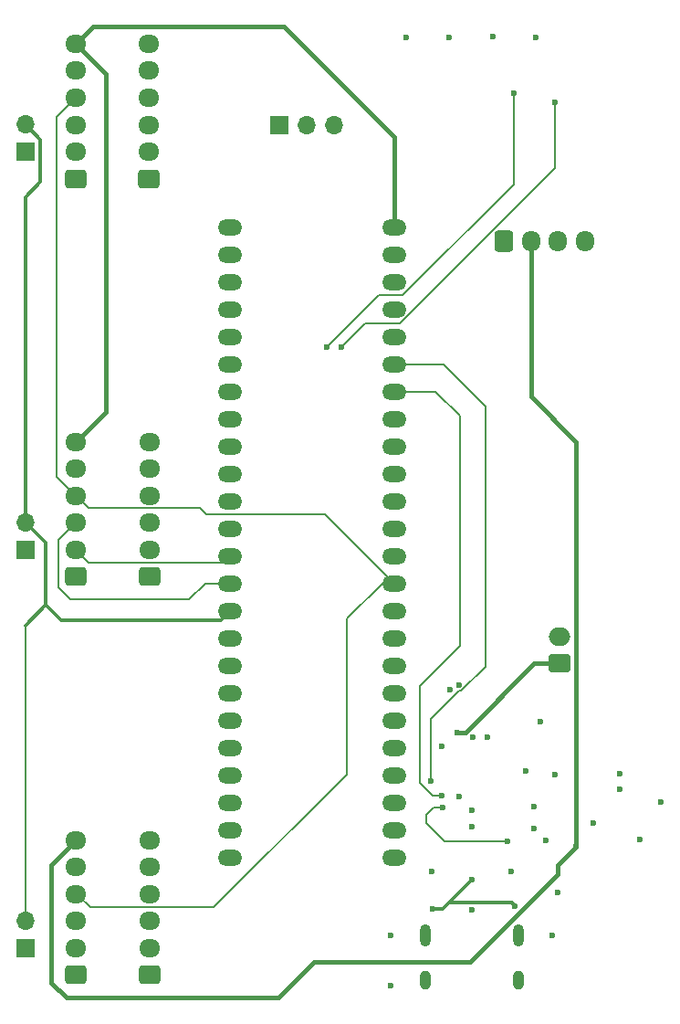
<source format=gbl>
G04 #@! TF.GenerationSoftware,KiCad,Pcbnew,8.0.8*
G04 #@! TF.CreationDate,2025-03-10T12:23:01-04:00*
G04 #@! TF.ProjectId,ground-receiver,67726f75-6e64-42d7-9265-636569766572,rev?*
G04 #@! TF.SameCoordinates,Original*
G04 #@! TF.FileFunction,Copper,L4,Bot*
G04 #@! TF.FilePolarity,Positive*
%FSLAX46Y46*%
G04 Gerber Fmt 4.6, Leading zero omitted, Abs format (unit mm)*
G04 Created by KiCad (PCBNEW 8.0.8) date 2025-03-10 12:23:01*
%MOMM*%
%LPD*%
G01*
G04 APERTURE LIST*
G04 Aperture macros list*
%AMRoundRect*
0 Rectangle with rounded corners*
0 $1 Rounding radius*
0 $2 $3 $4 $5 $6 $7 $8 $9 X,Y pos of 4 corners*
0 Add a 4 corners polygon primitive as box body*
4,1,4,$2,$3,$4,$5,$6,$7,$8,$9,$2,$3,0*
0 Add four circle primitives for the rounded corners*
1,1,$1+$1,$2,$3*
1,1,$1+$1,$4,$5*
1,1,$1+$1,$6,$7*
1,1,$1+$1,$8,$9*
0 Add four rect primitives between the rounded corners*
20,1,$1+$1,$2,$3,$4,$5,0*
20,1,$1+$1,$4,$5,$6,$7,0*
20,1,$1+$1,$6,$7,$8,$9,0*
20,1,$1+$1,$8,$9,$2,$3,0*%
G04 Aperture macros list end*
G04 #@! TA.AperFunction,ComponentPad*
%ADD10RoundRect,0.250000X-0.600000X-0.725000X0.600000X-0.725000X0.600000X0.725000X-0.600000X0.725000X0*%
G04 #@! TD*
G04 #@! TA.AperFunction,ComponentPad*
%ADD11O,1.700000X1.950000*%
G04 #@! TD*
G04 #@! TA.AperFunction,ComponentPad*
%ADD12O,2.250000X1.500000*%
G04 #@! TD*
G04 #@! TA.AperFunction,ComponentPad*
%ADD13RoundRect,0.250000X0.725000X-0.600000X0.725000X0.600000X-0.725000X0.600000X-0.725000X-0.600000X0*%
G04 #@! TD*
G04 #@! TA.AperFunction,ComponentPad*
%ADD14O,1.950000X1.700000*%
G04 #@! TD*
G04 #@! TA.AperFunction,ComponentPad*
%ADD15RoundRect,0.250000X0.750000X-0.600000X0.750000X0.600000X-0.750000X0.600000X-0.750000X-0.600000X0*%
G04 #@! TD*
G04 #@! TA.AperFunction,ComponentPad*
%ADD16O,2.000000X1.700000*%
G04 #@! TD*
G04 #@! TA.AperFunction,ComponentPad*
%ADD17R,1.700000X1.700000*%
G04 #@! TD*
G04 #@! TA.AperFunction,ComponentPad*
%ADD18O,1.700000X1.700000*%
G04 #@! TD*
G04 #@! TA.AperFunction,HeatsinkPad*
%ADD19O,1.000000X2.100000*%
G04 #@! TD*
G04 #@! TA.AperFunction,HeatsinkPad*
%ADD20O,1.000000X1.800000*%
G04 #@! TD*
G04 #@! TA.AperFunction,ViaPad*
%ADD21C,0.600000*%
G04 #@! TD*
G04 #@! TA.AperFunction,Conductor*
%ADD22C,0.304800*%
G04 #@! TD*
G04 #@! TA.AperFunction,Conductor*
%ADD23C,0.200000*%
G04 #@! TD*
G04 #@! TA.AperFunction,Conductor*
%ADD24C,0.381000*%
G04 #@! TD*
G04 #@! TA.AperFunction,Conductor*
%ADD25C,0.152400*%
G04 #@! TD*
G04 APERTURE END LIST*
D10*
X157100000Y-65200000D03*
D11*
X159600000Y-65200000D03*
X162100000Y-65200000D03*
X164600000Y-65200000D03*
D12*
X131680000Y-66425000D03*
X131680000Y-68965000D03*
X131680000Y-71505000D03*
X131680000Y-74045000D03*
X131680000Y-99445000D03*
X146920000Y-68965000D03*
X131680000Y-76585000D03*
X131680000Y-79125000D03*
X146920000Y-63885000D03*
X131680000Y-81665000D03*
X131680000Y-84205000D03*
X131680000Y-86745000D03*
X131680000Y-89285000D03*
X131680000Y-91825000D03*
X131680000Y-94365000D03*
X131680000Y-96905000D03*
X146920000Y-96905000D03*
X146920000Y-94365000D03*
X146920000Y-91825000D03*
X146920000Y-89285000D03*
X146920000Y-86745000D03*
X146920000Y-84205000D03*
X146920000Y-81665000D03*
X146920000Y-79125000D03*
X146920000Y-76585000D03*
X146920000Y-74045000D03*
X146920000Y-71505000D03*
X131680000Y-101985000D03*
X131680000Y-104525000D03*
X131680000Y-107065000D03*
X131680000Y-109605000D03*
X131680000Y-112145000D03*
X131680000Y-114685000D03*
X131680000Y-117225000D03*
X131680000Y-119765000D03*
X131680000Y-122305000D03*
X146920000Y-122305000D03*
X146920000Y-119765000D03*
X146920000Y-117225000D03*
X146920000Y-114685000D03*
X146920000Y-112145000D03*
X146920000Y-109605000D03*
X146920000Y-107065000D03*
X146920000Y-104525000D03*
X146920000Y-101985000D03*
X131680000Y-63885000D03*
X146920000Y-66425000D03*
X146920000Y-99445000D03*
D13*
X124200000Y-96300000D03*
D14*
X124200000Y-93800000D03*
X124200000Y-91300000D03*
X124200000Y-88800000D03*
X124200000Y-86300000D03*
X124200000Y-83800000D03*
D15*
X162250000Y-104335130D03*
D16*
X162250000Y-101835130D03*
D17*
X136260000Y-54400000D03*
D18*
X138800000Y-54400000D03*
X141340000Y-54400000D03*
D13*
X117400000Y-59400000D03*
D14*
X117400000Y-56900000D03*
X117400000Y-54400000D03*
X117400000Y-51900000D03*
X117400000Y-49400000D03*
X117400000Y-46900000D03*
D13*
X124175000Y-59400000D03*
D14*
X124175000Y-56900000D03*
X124175000Y-54400000D03*
X124175000Y-51900000D03*
X124175000Y-49400000D03*
X124175000Y-46900000D03*
D18*
X112700000Y-91235000D03*
D17*
X112700000Y-93775000D03*
D18*
X112700000Y-128160000D03*
D17*
X112700000Y-130700000D03*
D18*
X112700000Y-54360000D03*
D17*
X112700000Y-56900000D03*
D19*
X149800000Y-129520000D03*
D20*
X149800000Y-133700000D03*
D19*
X158440000Y-129520000D03*
D20*
X158440000Y-133700000D03*
D13*
X117400000Y-96300000D03*
D14*
X117400000Y-93800000D03*
X117400000Y-91300000D03*
X117400000Y-88800000D03*
X117400000Y-86300000D03*
X117400000Y-83800000D03*
D13*
X117400000Y-133200000D03*
D14*
X117400000Y-130700000D03*
X117400000Y-128200000D03*
X117400000Y-125700000D03*
X117400000Y-123200000D03*
X117400000Y-120700000D03*
D13*
X124200000Y-133200000D03*
D14*
X124200000Y-130700000D03*
X124200000Y-128200000D03*
X124200000Y-125700000D03*
X124200000Y-123200000D03*
X124200000Y-120700000D03*
D21*
X151300000Y-112000000D03*
X150400000Y-123600000D03*
X163812500Y-121312500D03*
X154100000Y-119500000D03*
X148000000Y-46300000D03*
X155600000Y-111200000D03*
X146600000Y-134200000D03*
X159900000Y-119600000D03*
X159900000Y-117600000D03*
X157800000Y-123600000D03*
X152000000Y-46300000D03*
X167812500Y-116012500D03*
X167812500Y-114512500D03*
X160500000Y-109700000D03*
X152900000Y-106300000D03*
X156100000Y-46200000D03*
X154100000Y-117900000D03*
X169712500Y-120612500D03*
X165412500Y-119112500D03*
X152100000Y-106800000D03*
X162100000Y-125600000D03*
X154099999Y-127138779D03*
X152900000Y-116700000D03*
X146600000Y-129500000D03*
X161600000Y-129500000D03*
X171612500Y-117212500D03*
X161812500Y-114612500D03*
X161012500Y-120712500D03*
X154200000Y-111200000D03*
X160023800Y-46323800D03*
X159100000Y-114300000D03*
X151400000Y-117700000D03*
X157395200Y-120800000D03*
X158140000Y-126800000D03*
X154100000Y-124400000D03*
X150449999Y-127100000D03*
X152800000Y-110700000D03*
X151300000Y-116600000D03*
X150300000Y-115200000D03*
X140700000Y-75000000D03*
X158000000Y-51500000D03*
X161800000Y-52300000D03*
X141990065Y-75009935D03*
D22*
X114100000Y-55760000D02*
X112700000Y-54360000D01*
X114100000Y-59700000D02*
X114100000Y-55760000D01*
X112700000Y-61100000D02*
X114100000Y-59700000D01*
X112700000Y-91235000D02*
X112700000Y-61100000D01*
X114600000Y-98900000D02*
X114600000Y-93135000D01*
X114600000Y-93135000D02*
X112700000Y-91235000D01*
D23*
X112700000Y-128160000D02*
X112700000Y-100800000D01*
D24*
X115100000Y-133900000D02*
X115100000Y-123000000D01*
X136200000Y-135300000D02*
X116500000Y-135300000D01*
X153947420Y-132000000D02*
X139500000Y-132000000D01*
X162103000Y-123844420D02*
X153947420Y-132000000D01*
X162103000Y-123022000D02*
X162103000Y-123844420D01*
X139500000Y-132000000D02*
X136200000Y-135300000D01*
X163812500Y-121312500D02*
X162103000Y-123022000D01*
X115100000Y-123000000D02*
X117400000Y-120700000D01*
X116500000Y-135300000D02*
X115100000Y-133900000D01*
X159864870Y-104335130D02*
X162250000Y-104335130D01*
X153500000Y-110700000D02*
X159864870Y-104335130D01*
X152800000Y-110700000D02*
X153500000Y-110700000D01*
D25*
X151485000Y-76585000D02*
X146920000Y-76585000D01*
X155400000Y-80500000D02*
X151485000Y-76585000D01*
X155400000Y-104614870D02*
X155400000Y-80500000D01*
X152923800Y-106876200D02*
X153138670Y-106876200D01*
X150300000Y-109500000D02*
X152923800Y-106876200D01*
X150300000Y-115200000D02*
X150300000Y-109500000D01*
X153138670Y-106876200D02*
X155400000Y-104614870D01*
X149300000Y-115385130D02*
X150514870Y-116600000D01*
X150514870Y-116600000D02*
X151300000Y-116600000D01*
X149300000Y-106400000D02*
X149300000Y-115385130D01*
X153000000Y-102700000D02*
X149300000Y-106400000D01*
X150725000Y-79125000D02*
X153000000Y-81400000D01*
X146920000Y-79125000D02*
X150725000Y-79125000D01*
X153000000Y-81400000D02*
X153000000Y-102700000D01*
D24*
X120200000Y-49700000D02*
X117400000Y-46900000D01*
X120200000Y-81000000D02*
X120200000Y-49700000D01*
X117400000Y-83800000D02*
X120200000Y-81000000D01*
D22*
X114600000Y-98900000D02*
X112700000Y-100800000D01*
D25*
X115600000Y-53700000D02*
X117400000Y-51900000D01*
X115600000Y-87000000D02*
X115600000Y-53700000D01*
X117400000Y-88800000D02*
X115600000Y-87000000D01*
D22*
X116000000Y-100300000D02*
X114600000Y-98900000D01*
X130825000Y-100300000D02*
X116000000Y-100300000D01*
X131680000Y-99445000D02*
X130825000Y-100300000D01*
D24*
X159600000Y-79600000D02*
X159600000Y-65200000D01*
X163812500Y-83812500D02*
X159600000Y-79600000D01*
X163812500Y-121312500D02*
X163812500Y-83812500D01*
D25*
X116900000Y-98400000D02*
X127900000Y-98400000D01*
X127900000Y-98400000D02*
X129395000Y-96905000D01*
X129395000Y-96905000D02*
X131680000Y-96905000D01*
X115800000Y-92900000D02*
X115800000Y-97300000D01*
X115800000Y-97300000D02*
X116900000Y-98400000D01*
X117400000Y-91300000D02*
X115800000Y-92900000D01*
X131045000Y-95000000D02*
X131680000Y-94365000D01*
X118600000Y-95000000D02*
X131045000Y-95000000D01*
X117400000Y-93800000D02*
X118600000Y-95000000D01*
X140515000Y-90500000D02*
X146920000Y-96905000D01*
X128926200Y-89926200D02*
X129500000Y-90500000D01*
X129500000Y-90500000D02*
X140515000Y-90500000D01*
X118526200Y-89926200D02*
X128926200Y-89926200D01*
X117400000Y-88800000D02*
X118526200Y-89926200D01*
D24*
X136700000Y-45300000D02*
X146920000Y-55520000D01*
X119000000Y-45300000D02*
X136700000Y-45300000D01*
X146920000Y-55520000D02*
X146920000Y-63885000D01*
X117400000Y-46900000D02*
X119000000Y-45300000D01*
D25*
X142500000Y-100200000D02*
X145795000Y-96905000D01*
X130200000Y-126900000D02*
X142500000Y-114600000D01*
X142500000Y-114600000D02*
X142500000Y-100200000D01*
X118700000Y-126900000D02*
X130200000Y-126900000D01*
X117500000Y-125700000D02*
X118700000Y-126900000D01*
X145795000Y-96905000D02*
X146920000Y-96905000D01*
X117400000Y-125700000D02*
X117500000Y-125700000D01*
X150600000Y-117700000D02*
X149900000Y-118400000D01*
X149900000Y-119100000D02*
X151600000Y-120800000D01*
X151600000Y-120800000D02*
X157395200Y-120800000D01*
X149900000Y-118400000D02*
X149900000Y-119100000D01*
X151400000Y-117700000D02*
X150600000Y-117700000D01*
D22*
X150449999Y-127100000D02*
X151400000Y-127100000D01*
X151400000Y-127100000D02*
X154100000Y-124400000D01*
X157826379Y-126486379D02*
X158140000Y-126800000D01*
X151400000Y-127100000D02*
X152013621Y-126486379D01*
X152013621Y-126486379D02*
X157826379Y-126486379D01*
D25*
X147700000Y-70200000D02*
X158000000Y-59900000D01*
X145500000Y-70200000D02*
X147700000Y-70200000D01*
X158000000Y-59900000D02*
X158000000Y-51500000D01*
X140700000Y-75000000D02*
X145500000Y-70200000D01*
X141990065Y-75009935D02*
X144200000Y-72800000D01*
X144200000Y-72800000D02*
X147451266Y-72800000D01*
X161800000Y-58451266D02*
X161800000Y-52300000D01*
X147451266Y-72800000D02*
X161800000Y-58451266D01*
M02*

</source>
